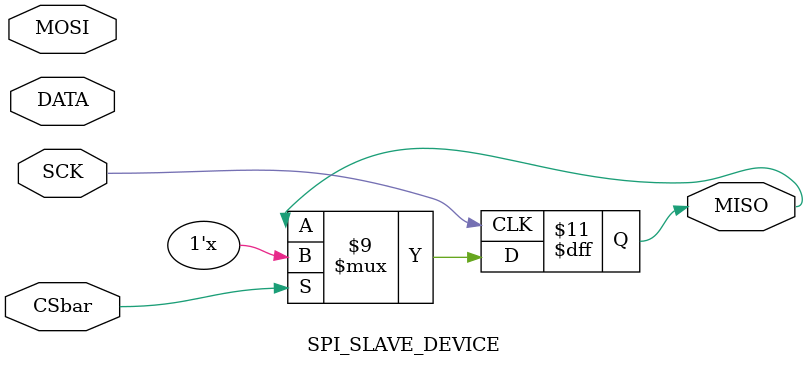
<source format=v>
module SPI_SLAVE_DEVICE(
	input 	[15:0]	DATA,
	input					SCK,
	input					MOSI,
	input					CSbar,
	output reg			MISO,
	);
	
	reg	[15:0]	data_out = 16'b0;
	reg	[5:0]		ocounter = 5'b0;	
	
//~~~~~~~~~~~~~~~~~~~~~~~~~~~~~~~~~~~~~~~~~~~~~~~~~
// MISO Component (Slave Output/Master Input):
//~~~~~~~~~~~~~~~~~~~~~~~~~~~~~~~~~~~~~~~~~~~~~~~~~	
	always @(posedge SCK) begin
		case (CSbar)
		1'b1: begin
			finished[0] 	<= 1'b0;
			ocounter			<= 5'b0;
			data_out			<= DATA;
			MISO 				<= 1'bz;
		end
		1'b0: begin
			case (finished[0])
			1'b0: begin
				MISO 			<= data_out[15];
				data_out 	<= {data_out[14:0], 1'b0};
			
				ocounter 	<= ocounter + 1;
				finished[0] <= ocounter[4];
			end
			1'b1:			
				MISO			<= 1'bz;
			endcase
		end
		endcase
	end

endmodule
//=================================================
// END SPI SLAVE MODULE
//=================================================	

</source>
